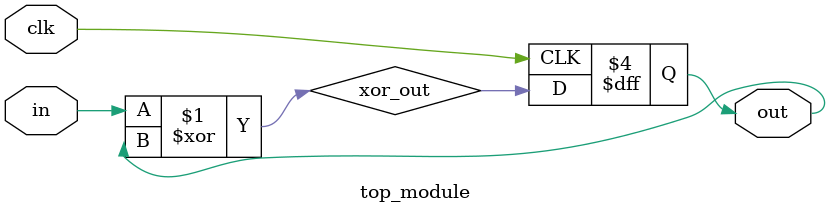
<source format=sv>
module top_module (
    input clk,
    input in,
    output logic out
);

    logic xor_out;

    // XOR Gate
    assign xor_out = in ^ out;

    // D Flip-Flop
    initial begin
        out = 0;
    end

    always_ff @(posedge clk) begin
        out <= xor_out;
    end

endmodule

</source>
